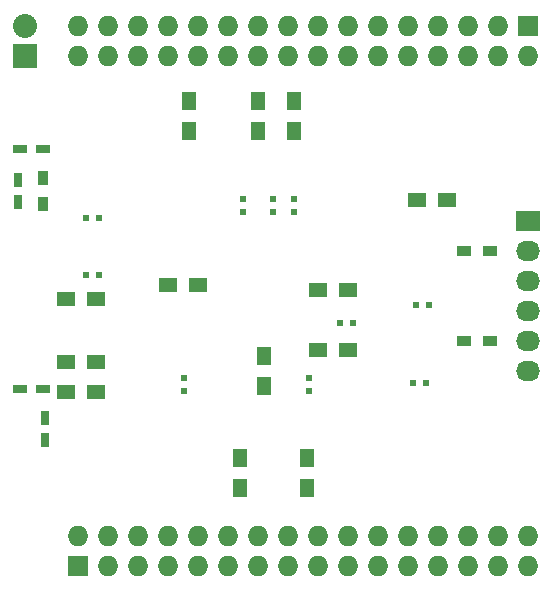
<source format=gbr>
G04 #@! TF.FileFunction,Soldermask,Bot*
%FSLAX46Y46*%
G04 Gerber Fmt 4.6, Leading zero omitted, Abs format (unit mm)*
G04 Created by KiCad (PCBNEW (2015-05-28 BZR 5689)-product) date Wed Jul 29 02:52:55 2015*
%MOMM*%
G01*
G04 APERTURE LIST*
%ADD10C,0.100000*%
%ADD11R,1.200000X0.750000*%
%ADD12R,0.750000X1.200000*%
%ADD13R,1.500000X1.250000*%
%ADD14R,1.250000X1.500000*%
%ADD15R,0.600000X0.500000*%
%ADD16R,0.500000X0.600000*%
%ADD17R,1.727200X1.727200*%
%ADD18O,1.727200X1.727200*%
%ADD19R,0.900000X1.200000*%
%ADD20R,1.200000X0.900000*%
%ADD21R,2.032000X2.032000*%
%ADD22O,2.032000X2.032000*%
%ADD23R,2.032000X1.727200*%
%ADD24O,2.032000X1.727200*%
G04 APERTURE END LIST*
D10*
D11*
X193863000Y-44704000D03*
X191963000Y-44704000D03*
X193863000Y-65024000D03*
X191963000Y-65024000D03*
D12*
X194056000Y-67503000D03*
X194056000Y-69403000D03*
X191770000Y-47310000D03*
X191770000Y-49210000D03*
D13*
X198354000Y-57404000D03*
X195854000Y-57404000D03*
D14*
X210566000Y-70886000D03*
X210566000Y-73386000D03*
X212090000Y-43160000D03*
X212090000Y-40660000D03*
D15*
X225510000Y-57912000D03*
X226610000Y-57912000D03*
D16*
X210820000Y-48980000D03*
X210820000Y-50080000D03*
X213360000Y-48980000D03*
X213360000Y-50080000D03*
D15*
X225256000Y-64516000D03*
X226356000Y-64516000D03*
D16*
X205867000Y-65193000D03*
X205867000Y-64093000D03*
D15*
X198670000Y-50546000D03*
X197570000Y-50546000D03*
D13*
X204490000Y-56261000D03*
X206990000Y-56261000D03*
D16*
X215138000Y-48980000D03*
X215138000Y-50080000D03*
D15*
X220133000Y-59436000D03*
X219033000Y-59436000D03*
D16*
X216408000Y-65193000D03*
X216408000Y-64093000D03*
D15*
X198670000Y-55372000D03*
X197570000Y-55372000D03*
D13*
X198354000Y-65278000D03*
X195854000Y-65278000D03*
D14*
X206248000Y-43160000D03*
X206248000Y-40660000D03*
D13*
X225572000Y-49022000D03*
X228072000Y-49022000D03*
D14*
X216281000Y-70886000D03*
X216281000Y-73386000D03*
D13*
X198354000Y-62738000D03*
X195854000Y-62738000D03*
D14*
X212598000Y-64750000D03*
X212598000Y-62250000D03*
D13*
X219690000Y-56642000D03*
X217190000Y-56642000D03*
X219690000Y-61722000D03*
X217190000Y-61722000D03*
D14*
X215138000Y-43160000D03*
X215138000Y-40660000D03*
D17*
X196850000Y-80010000D03*
D18*
X196850000Y-77470000D03*
X199390000Y-80010000D03*
X199390000Y-77470000D03*
X201930000Y-80010000D03*
X201930000Y-77470000D03*
X204470000Y-80010000D03*
X204470000Y-77470000D03*
X207010000Y-80010000D03*
X207010000Y-77470000D03*
X209550000Y-80010000D03*
X209550000Y-77470000D03*
X212090000Y-80010000D03*
X212090000Y-77470000D03*
X214630000Y-80010000D03*
X214630000Y-77470000D03*
X217170000Y-80010000D03*
X217170000Y-77470000D03*
X219710000Y-80010000D03*
X219710000Y-77470000D03*
X222250000Y-80010000D03*
X222250000Y-77470000D03*
X224790000Y-80010000D03*
X224790000Y-77470000D03*
X227330000Y-80010000D03*
X227330000Y-77470000D03*
X229870000Y-80010000D03*
X229870000Y-77470000D03*
X232410000Y-80010000D03*
X232410000Y-77470000D03*
X234950000Y-80010000D03*
X234950000Y-77470000D03*
D19*
X193929000Y-49360000D03*
X193929000Y-47160000D03*
D20*
X229532000Y-53340000D03*
X231732000Y-53340000D03*
X229532000Y-60960000D03*
X231732000Y-60960000D03*
D21*
X192405000Y-36830000D03*
D22*
X192405000Y-34290000D03*
D17*
X234950000Y-34290000D03*
D18*
X234950000Y-36830000D03*
X232410000Y-34290000D03*
X232410000Y-36830000D03*
X229870000Y-34290000D03*
X229870000Y-36830000D03*
X227330000Y-34290000D03*
X227330000Y-36830000D03*
X224790000Y-34290000D03*
X224790000Y-36830000D03*
X222250000Y-34290000D03*
X222250000Y-36830000D03*
X219710000Y-34290000D03*
X219710000Y-36830000D03*
X217170000Y-34290000D03*
X217170000Y-36830000D03*
X214630000Y-34290000D03*
X214630000Y-36830000D03*
X212090000Y-34290000D03*
X212090000Y-36830000D03*
X209550000Y-34290000D03*
X209550000Y-36830000D03*
X207010000Y-34290000D03*
X207010000Y-36830000D03*
X204470000Y-34290000D03*
X204470000Y-36830000D03*
X201930000Y-34290000D03*
X201930000Y-36830000D03*
X199390000Y-34290000D03*
X199390000Y-36830000D03*
X196850000Y-34290000D03*
X196850000Y-36830000D03*
D23*
X234950000Y-50800000D03*
D24*
X234950000Y-53340000D03*
X234950000Y-55880000D03*
X234950000Y-58420000D03*
X234950000Y-60960000D03*
X234950000Y-63500000D03*
M02*

</source>
